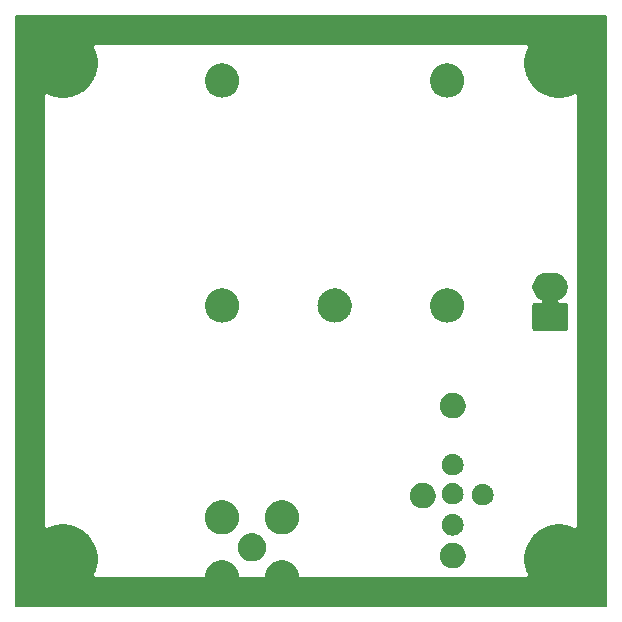
<source format=gts>
G04 #@! TF.GenerationSoftware,KiCad,Pcbnew,8.0.4*
G04 #@! TF.CreationDate,2025-01-27T10:30:07+01:00*
G04 #@! TF.ProjectId,ocxo,6f63786f-2e6b-4696-9361-645f70636258,rev?*
G04 #@! TF.SameCoordinates,Original*
G04 #@! TF.FileFunction,Soldermask,Top*
G04 #@! TF.FilePolarity,Negative*
%FSLAX46Y46*%
G04 Gerber Fmt 4.6, Leading zero omitted, Abs format (unit mm)*
G04 Created by KiCad (PCBNEW 8.0.4) date 2025-01-27 10:30:07*
%MOMM*%
%LPD*%
G01*
G04 APERTURE LIST*
G04 #@! TA.AperFunction,Profile*
%ADD10C,0.150000*%
G04 #@! TD*
G04 APERTURE END LIST*
G36*
X117048180Y-89604692D02*
G01*
X117101495Y-89604692D01*
X117148393Y-89613459D01*
X117190927Y-89617180D01*
X117243138Y-89631170D01*
X117301029Y-89641992D01*
X117340293Y-89657203D01*
X117376061Y-89666787D01*
X117430201Y-89692033D01*
X117490312Y-89715320D01*
X117521341Y-89734532D01*
X117549761Y-89747785D01*
X117603375Y-89785326D01*
X117662898Y-89822181D01*
X117685711Y-89842978D01*
X117706755Y-89857713D01*
X117757093Y-89908051D01*
X117812910Y-89958935D01*
X117828125Y-89979083D01*
X117842286Y-89993244D01*
X117886454Y-90056323D01*
X117935239Y-90120925D01*
X117943980Y-90138479D01*
X117952214Y-90150239D01*
X117987282Y-90225442D01*
X118025719Y-90302634D01*
X118029539Y-90316063D01*
X118033212Y-90323938D01*
X118056357Y-90410319D01*
X118081270Y-90497876D01*
X118082037Y-90506153D01*
X118082819Y-90509072D01*
X118091453Y-90607769D01*
X118100000Y-90700000D01*
X118091452Y-90792238D01*
X118082819Y-90890927D01*
X118082037Y-90893844D01*
X118081270Y-90902124D01*
X118056353Y-90989697D01*
X118033212Y-91076061D01*
X118029540Y-91083934D01*
X118025719Y-91097366D01*
X117987278Y-91174564D01*
X117952214Y-91249761D01*
X117943980Y-91261519D01*
X117935239Y-91279075D01*
X117886448Y-91343683D01*
X117842286Y-91406755D01*
X117828128Y-91420912D01*
X117812910Y-91441065D01*
X117757082Y-91491958D01*
X117706755Y-91542286D01*
X117685716Y-91557017D01*
X117662898Y-91577819D01*
X117603363Y-91614681D01*
X117549761Y-91652214D01*
X117521348Y-91665463D01*
X117490312Y-91684680D01*
X117430189Y-91707971D01*
X117376061Y-91733212D01*
X117340301Y-91742793D01*
X117301029Y-91758008D01*
X117243126Y-91768832D01*
X117190927Y-91782819D01*
X117148403Y-91786539D01*
X117101495Y-91795308D01*
X117048169Y-91795308D01*
X117000000Y-91799522D01*
X116951831Y-91795308D01*
X116898505Y-91795308D01*
X116851596Y-91786539D01*
X116809072Y-91782819D01*
X116756870Y-91768831D01*
X116698971Y-91758008D01*
X116659700Y-91742794D01*
X116623938Y-91733212D01*
X116569804Y-91707969D01*
X116509688Y-91684680D01*
X116478654Y-91665465D01*
X116450238Y-91652214D01*
X116396628Y-91614676D01*
X116337102Y-91577819D01*
X116314287Y-91557020D01*
X116293244Y-91542286D01*
X116242906Y-91491948D01*
X116187090Y-91441065D01*
X116171874Y-91420916D01*
X116157713Y-91406755D01*
X116113537Y-91343665D01*
X116064761Y-91279075D01*
X116056022Y-91261524D01*
X116047785Y-91249761D01*
X116012705Y-91174532D01*
X115974281Y-91097366D01*
X115970460Y-91083939D01*
X115966787Y-91076061D01*
X115943629Y-90989636D01*
X115918730Y-90902124D01*
X115917963Y-90893850D01*
X115917180Y-90890927D01*
X115908529Y-90792046D01*
X115900000Y-90700000D01*
X115908528Y-90607962D01*
X115917180Y-90509072D01*
X115917963Y-90506148D01*
X115918730Y-90497876D01*
X115943624Y-90410379D01*
X115966787Y-90323938D01*
X115970461Y-90316057D01*
X115974281Y-90302634D01*
X116012702Y-90225473D01*
X116047785Y-90150239D01*
X116056022Y-90138474D01*
X116064761Y-90120925D01*
X116113531Y-90056342D01*
X116157713Y-89993244D01*
X116171877Y-89979079D01*
X116187090Y-89958935D01*
X116242894Y-89908062D01*
X116293244Y-89857713D01*
X116314291Y-89842975D01*
X116337102Y-89822181D01*
X116396621Y-89785327D01*
X116450239Y-89747785D01*
X116478658Y-89734532D01*
X116509688Y-89715320D01*
X116569794Y-89692034D01*
X116623938Y-89666787D01*
X116659708Y-89657202D01*
X116698971Y-89641992D01*
X116756857Y-89631170D01*
X116809072Y-89617180D01*
X116851607Y-89613458D01*
X116898505Y-89604692D01*
X116951819Y-89604692D01*
X117000000Y-89600477D01*
X117048180Y-89604692D01*
G37*
G36*
X100053037Y-88805627D02*
G01*
X100110675Y-88805627D01*
X100161381Y-88815105D01*
X100208203Y-88819202D01*
X100265676Y-88834601D01*
X100328256Y-88846300D01*
X100370697Y-88862741D01*
X100410090Y-88873297D01*
X100469725Y-88901105D01*
X100534659Y-88926261D01*
X100568177Y-88947014D01*
X100599503Y-88961622D01*
X100658590Y-89002996D01*
X100722854Y-89042786D01*
X100747488Y-89065243D01*
X100770708Y-89081502D01*
X100826249Y-89137043D01*
X100886434Y-89191909D01*
X100902839Y-89213633D01*
X100918499Y-89229293D01*
X100967345Y-89299053D01*
X101019827Y-89368550D01*
X101029229Y-89387433D01*
X101038375Y-89400494D01*
X101077326Y-89484025D01*
X101118491Y-89566694D01*
X101122582Y-89581075D01*
X101126702Y-89589909D01*
X101152658Y-89686781D01*
X101179066Y-89779594D01*
X101179879Y-89788371D01*
X101180797Y-89791796D01*
X101190937Y-89907704D01*
X101199490Y-90000000D01*
X101190936Y-90092302D01*
X101180797Y-90208203D01*
X101179879Y-90211627D01*
X101179066Y-90220406D01*
X101152654Y-90313234D01*
X101126702Y-90410090D01*
X101122583Y-90418921D01*
X101118491Y-90433306D01*
X101077328Y-90515970D01*
X101038377Y-90599503D01*
X101029230Y-90612565D01*
X101019827Y-90631450D01*
X100967334Y-90700960D01*
X100918497Y-90770708D01*
X100902842Y-90786362D01*
X100886434Y-90808091D01*
X100826238Y-90862966D01*
X100770708Y-90918497D01*
X100747493Y-90934752D01*
X100722854Y-90957214D01*
X100658578Y-90997011D01*
X100599503Y-91038377D01*
X100568183Y-91052981D01*
X100534659Y-91073739D01*
X100469713Y-91098899D01*
X100410090Y-91126702D01*
X100370705Y-91137254D01*
X100328256Y-91153700D01*
X100265664Y-91165400D01*
X100208203Y-91180797D01*
X100161391Y-91184892D01*
X100110675Y-91194373D01*
X100053025Y-91194373D01*
X100000000Y-91199012D01*
X99946975Y-91194373D01*
X99889325Y-91194373D01*
X99838608Y-91184892D01*
X99791796Y-91180797D01*
X99734332Y-91165399D01*
X99671744Y-91153700D01*
X99629296Y-91137255D01*
X99589909Y-91126702D01*
X99530280Y-91098896D01*
X99465341Y-91073739D01*
X99431819Y-91052983D01*
X99400496Y-91038377D01*
X99341412Y-90997006D01*
X99277146Y-90957214D01*
X99252509Y-90934755D01*
X99229291Y-90918497D01*
X99173750Y-90862956D01*
X99113566Y-90808091D01*
X99097160Y-90786366D01*
X99081502Y-90770708D01*
X99032651Y-90700942D01*
X98980173Y-90631450D01*
X98970772Y-90612570D01*
X98961622Y-90599503D01*
X98922655Y-90515938D01*
X98881509Y-90433306D01*
X98877417Y-90418927D01*
X98873297Y-90410090D01*
X98847328Y-90313174D01*
X98820934Y-90220406D01*
X98820121Y-90211632D01*
X98819202Y-90208203D01*
X98809045Y-90092109D01*
X98800510Y-90000000D01*
X98809044Y-89907898D01*
X98819202Y-89791796D01*
X98820121Y-89788365D01*
X98820934Y-89779594D01*
X98847324Y-89686841D01*
X98873297Y-89589909D01*
X98877418Y-89581070D01*
X98881509Y-89566694D01*
X98922657Y-89484056D01*
X98961624Y-89400494D01*
X98970772Y-89387428D01*
X98980173Y-89368550D01*
X99032640Y-89299072D01*
X99081500Y-89229293D01*
X99097163Y-89213629D01*
X99113566Y-89191909D01*
X99173738Y-89137054D01*
X99229293Y-89081500D01*
X99252516Y-89065238D01*
X99277146Y-89042786D01*
X99341402Y-89002999D01*
X99400494Y-88961624D01*
X99431820Y-88947016D01*
X99465341Y-88926261D01*
X99530272Y-88901106D01*
X99589909Y-88873297D01*
X99629305Y-88862740D01*
X99671744Y-88846300D01*
X99734320Y-88834602D01*
X99791796Y-88819202D01*
X99838618Y-88815105D01*
X99889325Y-88805627D01*
X99946963Y-88805627D01*
X100000000Y-88800987D01*
X100053037Y-88805627D01*
G37*
G36*
X117045041Y-87165040D02*
G01*
X117096166Y-87165040D01*
X117140309Y-87174422D01*
X117179361Y-87178269D01*
X117228421Y-87193151D01*
X117284296Y-87205028D01*
X117320052Y-87220947D01*
X117351841Y-87230591D01*
X117402360Y-87257593D01*
X117460000Y-87283257D01*
X117486796Y-87302726D01*
X117510787Y-87315549D01*
X117559723Y-87355710D01*
X117615600Y-87396307D01*
X117633743Y-87416457D01*
X117650110Y-87429889D01*
X117694092Y-87483481D01*
X117744296Y-87539238D01*
X117754842Y-87557505D01*
X117764450Y-87569212D01*
X117799987Y-87635697D01*
X117840462Y-87705802D01*
X117845118Y-87720132D01*
X117849408Y-87728158D01*
X117873065Y-87806145D01*
X117899896Y-87888721D01*
X117900840Y-87897704D01*
X117901730Y-87900638D01*
X117910389Y-87988556D01*
X117920000Y-88080000D01*
X117919015Y-88089371D01*
X117919015Y-88090628D01*
X117920000Y-88100000D01*
X117910386Y-88191465D01*
X117901730Y-88279361D01*
X117900840Y-88282293D01*
X117899896Y-88291279D01*
X117873061Y-88373868D01*
X117849408Y-88451841D01*
X117845119Y-88459865D01*
X117840462Y-88474198D01*
X117799980Y-88544314D01*
X117764450Y-88610787D01*
X117754844Y-88622490D01*
X117744296Y-88640762D01*
X117694082Y-88696529D01*
X117650110Y-88750110D01*
X117633746Y-88763539D01*
X117615600Y-88783693D01*
X117559712Y-88824297D01*
X117510787Y-88864450D01*
X117486802Y-88877270D01*
X117460000Y-88896743D01*
X117402348Y-88922411D01*
X117351841Y-88949408D01*
X117320059Y-88959048D01*
X117284296Y-88974972D01*
X117228410Y-88986850D01*
X117179361Y-89001730D01*
X117140317Y-89005575D01*
X117096166Y-89014960D01*
X117045031Y-89014960D01*
X117000000Y-89019395D01*
X116954969Y-89014960D01*
X116903834Y-89014960D01*
X116859682Y-89005575D01*
X116820638Y-89001730D01*
X116771585Y-88986849D01*
X116715704Y-88974972D01*
X116679942Y-88959049D01*
X116648158Y-88949408D01*
X116597645Y-88922408D01*
X116540000Y-88896743D01*
X116513200Y-88877272D01*
X116489212Y-88864450D01*
X116440278Y-88824290D01*
X116384400Y-88783693D01*
X116366256Y-88763542D01*
X116349889Y-88750110D01*
X116305905Y-88696516D01*
X116255704Y-88640762D01*
X116245157Y-88622494D01*
X116235549Y-88610787D01*
X116200006Y-88544291D01*
X116159538Y-88474198D01*
X116154882Y-88459869D01*
X116150591Y-88451841D01*
X116126923Y-88373821D01*
X116100104Y-88291279D01*
X116099160Y-88282298D01*
X116098269Y-88279361D01*
X116089602Y-88191358D01*
X116080000Y-88100000D01*
X116080984Y-88090637D01*
X116080984Y-88089362D01*
X116080000Y-88080000D01*
X116089600Y-87988656D01*
X116098269Y-87900638D01*
X116099160Y-87897699D01*
X116100104Y-87888721D01*
X116126919Y-87806192D01*
X116150591Y-87728158D01*
X116154883Y-87720127D01*
X116159538Y-87705802D01*
X116199999Y-87635721D01*
X116235549Y-87569212D01*
X116245159Y-87557501D01*
X116255704Y-87539238D01*
X116305896Y-87483493D01*
X116349889Y-87429889D01*
X116366259Y-87416454D01*
X116384400Y-87396307D01*
X116440267Y-87355716D01*
X116489212Y-87315549D01*
X116513205Y-87302724D01*
X116540000Y-87283257D01*
X116597633Y-87257596D01*
X116648158Y-87230591D01*
X116679949Y-87220946D01*
X116715704Y-87205028D01*
X116771574Y-87193152D01*
X116820638Y-87178269D01*
X116859691Y-87174422D01*
X116903834Y-87165040D01*
X116954959Y-87165040D01*
X117000000Y-87160604D01*
X117045041Y-87165040D01*
G37*
G36*
X97518002Y-86015271D02*
G01*
X97579714Y-86015271D01*
X97634800Y-86024463D01*
X97686723Y-86028550D01*
X97749262Y-86043564D01*
X97815875Y-86054680D01*
X97863113Y-86070896D01*
X97907854Y-86081638D01*
X97972975Y-86108612D01*
X98042330Y-86132422D01*
X98081073Y-86153388D01*
X98117965Y-86168670D01*
X98183348Y-86208736D01*
X98252900Y-86246376D01*
X98282995Y-86269800D01*
X98311874Y-86287497D01*
X98374985Y-86341399D01*
X98441842Y-86393436D01*
X98463650Y-86417126D01*
X98484805Y-86435194D01*
X98542899Y-86503214D01*
X98604001Y-86569588D01*
X98618362Y-86591569D01*
X98632502Y-86608125D01*
X98682743Y-86690111D01*
X98734956Y-86770029D01*
X98743115Y-86788630D01*
X98751329Y-86802034D01*
X98790929Y-86897636D01*
X98831132Y-86989290D01*
X98834652Y-87003191D01*
X98838361Y-87012145D01*
X98864655Y-87121670D01*
X98889908Y-87221391D01*
X98890599Y-87229738D01*
X98891449Y-87233276D01*
X98901971Y-87366970D01*
X98909680Y-87460000D01*
X98901970Y-87553037D01*
X98891449Y-87686723D01*
X98890599Y-87690260D01*
X98889908Y-87698609D01*
X98864650Y-87798347D01*
X98838361Y-87907854D01*
X98834653Y-87916805D01*
X98831132Y-87930710D01*
X98790922Y-88022380D01*
X98751329Y-88117965D01*
X98743116Y-88131366D01*
X98734956Y-88149971D01*
X98682733Y-88229903D01*
X98632502Y-88311874D01*
X98618365Y-88328426D01*
X98604001Y-88350412D01*
X98542887Y-88416798D01*
X98484805Y-88484805D01*
X98463654Y-88502869D01*
X98441842Y-88526564D01*
X98374972Y-88578610D01*
X98311874Y-88632502D01*
X98283001Y-88650195D01*
X98252900Y-88673624D01*
X98183334Y-88711270D01*
X98117965Y-88751329D01*
X98081081Y-88766606D01*
X98042330Y-88787578D01*
X97972961Y-88811392D01*
X97907854Y-88838361D01*
X97863122Y-88849099D01*
X97815875Y-88865320D01*
X97749248Y-88876438D01*
X97686723Y-88891449D01*
X97634812Y-88895534D01*
X97579714Y-88904729D01*
X97517989Y-88904729D01*
X97460000Y-88909293D01*
X97402010Y-88904729D01*
X97340286Y-88904729D01*
X97285188Y-88895534D01*
X97233276Y-88891449D01*
X97170748Y-88876437D01*
X97104125Y-88865320D01*
X97056879Y-88849100D01*
X97012145Y-88838361D01*
X96947032Y-88811390D01*
X96877670Y-88787578D01*
X96838921Y-88766608D01*
X96802034Y-88751329D01*
X96736656Y-88711265D01*
X96667100Y-88673624D01*
X96637002Y-88650197D01*
X96608125Y-88632502D01*
X96545016Y-88578602D01*
X96478158Y-88526564D01*
X96456349Y-88502873D01*
X96435194Y-88484805D01*
X96377098Y-88416783D01*
X96315999Y-88350412D01*
X96301638Y-88328431D01*
X96287497Y-88311874D01*
X96237250Y-88229879D01*
X96185044Y-88149971D01*
X96176885Y-88131372D01*
X96168670Y-88117965D01*
X96129059Y-88022339D01*
X96088868Y-87930710D01*
X96085348Y-87916811D01*
X96081638Y-87907854D01*
X96055330Y-87798271D01*
X96030092Y-87698609D01*
X96029400Y-87690266D01*
X96028550Y-87686723D01*
X96018009Y-87552796D01*
X96010320Y-87460000D01*
X96018008Y-87367210D01*
X96028550Y-87233276D01*
X96029400Y-87229731D01*
X96030092Y-87221391D01*
X96055325Y-87121746D01*
X96081638Y-87012145D01*
X96085349Y-87003185D01*
X96088868Y-86989290D01*
X96129052Y-86897677D01*
X96168670Y-86802034D01*
X96176887Y-86788624D01*
X96185044Y-86770029D01*
X96237240Y-86690136D01*
X96287497Y-86608125D01*
X96301640Y-86591564D01*
X96315999Y-86569588D01*
X96377086Y-86503229D01*
X96435194Y-86435194D01*
X96456353Y-86417122D01*
X96478158Y-86393436D01*
X96545003Y-86341408D01*
X96608125Y-86287497D01*
X96637008Y-86269797D01*
X96667100Y-86246376D01*
X96736642Y-86208741D01*
X96802034Y-86168670D01*
X96838929Y-86153387D01*
X96877670Y-86132422D01*
X96947018Y-86108614D01*
X97012145Y-86081638D01*
X97056889Y-86070896D01*
X97104125Y-86054680D01*
X97170734Y-86043564D01*
X97233276Y-86028550D01*
X97285199Y-86024463D01*
X97340286Y-86015271D01*
X97401998Y-86015271D01*
X97460000Y-86010706D01*
X97518002Y-86015271D01*
G37*
G36*
X102598002Y-86015271D02*
G01*
X102659714Y-86015271D01*
X102714800Y-86024463D01*
X102766723Y-86028550D01*
X102829262Y-86043564D01*
X102895875Y-86054680D01*
X102943113Y-86070896D01*
X102987854Y-86081638D01*
X103052975Y-86108612D01*
X103122330Y-86132422D01*
X103161073Y-86153388D01*
X103197965Y-86168670D01*
X103263348Y-86208736D01*
X103332900Y-86246376D01*
X103362995Y-86269800D01*
X103391874Y-86287497D01*
X103454985Y-86341399D01*
X103521842Y-86393436D01*
X103543650Y-86417126D01*
X103564805Y-86435194D01*
X103622899Y-86503214D01*
X103684001Y-86569588D01*
X103698362Y-86591569D01*
X103712502Y-86608125D01*
X103762743Y-86690111D01*
X103814956Y-86770029D01*
X103823115Y-86788630D01*
X103831329Y-86802034D01*
X103870929Y-86897636D01*
X103911132Y-86989290D01*
X103914652Y-87003191D01*
X103918361Y-87012145D01*
X103944655Y-87121670D01*
X103969908Y-87221391D01*
X103970599Y-87229738D01*
X103971449Y-87233276D01*
X103981971Y-87366970D01*
X103989680Y-87460000D01*
X103981970Y-87553037D01*
X103971449Y-87686723D01*
X103970599Y-87690260D01*
X103969908Y-87698609D01*
X103944650Y-87798347D01*
X103918361Y-87907854D01*
X103914653Y-87916805D01*
X103911132Y-87930710D01*
X103870922Y-88022380D01*
X103831329Y-88117965D01*
X103823116Y-88131366D01*
X103814956Y-88149971D01*
X103762733Y-88229903D01*
X103712502Y-88311874D01*
X103698365Y-88328426D01*
X103684001Y-88350412D01*
X103622887Y-88416798D01*
X103564805Y-88484805D01*
X103543654Y-88502869D01*
X103521842Y-88526564D01*
X103454972Y-88578610D01*
X103391874Y-88632502D01*
X103363001Y-88650195D01*
X103332900Y-88673624D01*
X103263334Y-88711270D01*
X103197965Y-88751329D01*
X103161081Y-88766606D01*
X103122330Y-88787578D01*
X103052961Y-88811392D01*
X102987854Y-88838361D01*
X102943122Y-88849099D01*
X102895875Y-88865320D01*
X102829248Y-88876438D01*
X102766723Y-88891449D01*
X102714812Y-88895534D01*
X102659714Y-88904729D01*
X102597989Y-88904729D01*
X102540000Y-88909293D01*
X102482010Y-88904729D01*
X102420286Y-88904729D01*
X102365188Y-88895534D01*
X102313276Y-88891449D01*
X102250748Y-88876437D01*
X102184125Y-88865320D01*
X102136879Y-88849100D01*
X102092145Y-88838361D01*
X102027032Y-88811390D01*
X101957670Y-88787578D01*
X101918921Y-88766608D01*
X101882034Y-88751329D01*
X101816656Y-88711265D01*
X101747100Y-88673624D01*
X101717002Y-88650197D01*
X101688125Y-88632502D01*
X101625016Y-88578602D01*
X101558158Y-88526564D01*
X101536349Y-88502873D01*
X101515194Y-88484805D01*
X101457098Y-88416783D01*
X101395999Y-88350412D01*
X101381638Y-88328431D01*
X101367497Y-88311874D01*
X101317250Y-88229879D01*
X101265044Y-88149971D01*
X101256885Y-88131372D01*
X101248670Y-88117965D01*
X101209059Y-88022339D01*
X101168868Y-87930710D01*
X101165348Y-87916811D01*
X101161638Y-87907854D01*
X101135330Y-87798271D01*
X101110092Y-87698609D01*
X101109400Y-87690266D01*
X101108550Y-87686723D01*
X101098009Y-87552796D01*
X101090320Y-87460000D01*
X101098008Y-87367210D01*
X101108550Y-87233276D01*
X101109400Y-87229731D01*
X101110092Y-87221391D01*
X101135325Y-87121746D01*
X101161638Y-87012145D01*
X101165349Y-87003185D01*
X101168868Y-86989290D01*
X101209052Y-86897677D01*
X101248670Y-86802034D01*
X101256887Y-86788624D01*
X101265044Y-86770029D01*
X101317240Y-86690136D01*
X101367497Y-86608125D01*
X101381640Y-86591564D01*
X101395999Y-86569588D01*
X101457086Y-86503229D01*
X101515194Y-86435194D01*
X101536353Y-86417122D01*
X101558158Y-86393436D01*
X101625003Y-86341408D01*
X101688125Y-86287497D01*
X101717008Y-86269797D01*
X101747100Y-86246376D01*
X101816642Y-86208741D01*
X101882034Y-86168670D01*
X101918929Y-86153387D01*
X101957670Y-86132422D01*
X102027018Y-86108614D01*
X102092145Y-86081638D01*
X102136889Y-86070896D01*
X102184125Y-86054680D01*
X102250734Y-86043564D01*
X102313276Y-86028550D01*
X102365199Y-86024463D01*
X102420286Y-86015271D01*
X102481998Y-86015271D01*
X102540000Y-86010706D01*
X102598002Y-86015271D01*
G37*
G36*
X114508180Y-84524692D02*
G01*
X114561495Y-84524692D01*
X114608393Y-84533459D01*
X114650927Y-84537180D01*
X114703138Y-84551170D01*
X114761029Y-84561992D01*
X114800293Y-84577203D01*
X114836061Y-84586787D01*
X114890201Y-84612033D01*
X114950312Y-84635320D01*
X114981341Y-84654532D01*
X115009761Y-84667785D01*
X115063375Y-84705326D01*
X115122898Y-84742181D01*
X115145711Y-84762978D01*
X115166755Y-84777713D01*
X115217093Y-84828051D01*
X115272910Y-84878935D01*
X115288125Y-84899083D01*
X115302286Y-84913244D01*
X115346454Y-84976323D01*
X115395239Y-85040925D01*
X115403980Y-85058479D01*
X115412214Y-85070239D01*
X115447282Y-85145442D01*
X115485719Y-85222634D01*
X115489539Y-85236063D01*
X115493212Y-85243938D01*
X115516357Y-85330319D01*
X115541270Y-85417876D01*
X115542037Y-85426153D01*
X115542819Y-85429072D01*
X115551453Y-85527769D01*
X115560000Y-85620000D01*
X115551452Y-85712238D01*
X115542819Y-85810927D01*
X115542037Y-85813844D01*
X115541270Y-85822124D01*
X115516353Y-85909697D01*
X115493212Y-85996061D01*
X115489540Y-86003934D01*
X115485719Y-86017366D01*
X115447278Y-86094564D01*
X115412214Y-86169761D01*
X115403980Y-86181519D01*
X115395239Y-86199075D01*
X115346448Y-86263683D01*
X115302286Y-86326755D01*
X115288128Y-86340912D01*
X115272910Y-86361065D01*
X115217082Y-86411958D01*
X115166755Y-86462286D01*
X115145716Y-86477017D01*
X115122898Y-86497819D01*
X115063363Y-86534681D01*
X115009761Y-86572214D01*
X114981348Y-86585463D01*
X114950312Y-86604680D01*
X114890189Y-86627971D01*
X114836061Y-86653212D01*
X114800301Y-86662793D01*
X114761029Y-86678008D01*
X114703126Y-86688832D01*
X114650927Y-86702819D01*
X114608403Y-86706539D01*
X114561495Y-86715308D01*
X114508169Y-86715308D01*
X114460000Y-86719522D01*
X114411831Y-86715308D01*
X114358505Y-86715308D01*
X114311596Y-86706539D01*
X114269072Y-86702819D01*
X114216870Y-86688831D01*
X114158971Y-86678008D01*
X114119700Y-86662794D01*
X114083938Y-86653212D01*
X114029804Y-86627969D01*
X113969688Y-86604680D01*
X113938654Y-86585465D01*
X113910238Y-86572214D01*
X113856628Y-86534676D01*
X113797102Y-86497819D01*
X113774287Y-86477020D01*
X113753244Y-86462286D01*
X113702906Y-86411948D01*
X113647090Y-86361065D01*
X113631874Y-86340916D01*
X113617713Y-86326755D01*
X113573537Y-86263665D01*
X113524761Y-86199075D01*
X113516022Y-86181524D01*
X113507785Y-86169761D01*
X113472705Y-86094532D01*
X113434281Y-86017366D01*
X113430460Y-86003939D01*
X113426787Y-85996061D01*
X113403629Y-85909636D01*
X113378730Y-85822124D01*
X113377963Y-85813850D01*
X113377180Y-85810927D01*
X113368529Y-85712046D01*
X113360000Y-85620000D01*
X113368528Y-85527962D01*
X113377180Y-85429072D01*
X113377963Y-85426148D01*
X113378730Y-85417876D01*
X113403624Y-85330379D01*
X113426787Y-85243938D01*
X113430461Y-85236057D01*
X113434281Y-85222634D01*
X113472702Y-85145473D01*
X113507785Y-85070239D01*
X113516022Y-85058474D01*
X113524761Y-85040925D01*
X113573531Y-84976342D01*
X113617713Y-84913244D01*
X113631877Y-84899079D01*
X113647090Y-84878935D01*
X113702894Y-84828062D01*
X113753244Y-84777713D01*
X113774291Y-84762975D01*
X113797102Y-84742181D01*
X113856621Y-84705327D01*
X113910239Y-84667785D01*
X113938658Y-84654532D01*
X113969688Y-84635320D01*
X114029794Y-84612034D01*
X114083938Y-84586787D01*
X114119708Y-84577202D01*
X114158971Y-84561992D01*
X114216857Y-84551170D01*
X114269072Y-84537180D01*
X114311607Y-84533458D01*
X114358505Y-84524692D01*
X114411819Y-84524692D01*
X114460000Y-84520477D01*
X114508180Y-84524692D01*
G37*
G36*
X119585041Y-84625040D02*
G01*
X119636166Y-84625040D01*
X119680309Y-84634422D01*
X119719361Y-84638269D01*
X119768421Y-84653151D01*
X119824296Y-84665028D01*
X119860052Y-84680947D01*
X119891841Y-84690591D01*
X119942360Y-84717593D01*
X120000000Y-84743257D01*
X120026796Y-84762726D01*
X120050787Y-84775549D01*
X120099723Y-84815710D01*
X120155600Y-84856307D01*
X120173743Y-84876457D01*
X120190110Y-84889889D01*
X120234092Y-84943481D01*
X120284296Y-84999238D01*
X120294842Y-85017505D01*
X120304450Y-85029212D01*
X120339987Y-85095697D01*
X120380462Y-85165802D01*
X120385118Y-85180132D01*
X120389408Y-85188158D01*
X120413065Y-85266145D01*
X120439896Y-85348721D01*
X120440840Y-85357704D01*
X120441730Y-85360638D01*
X120450387Y-85448541D01*
X120460000Y-85540000D01*
X120450386Y-85631465D01*
X120441730Y-85719361D01*
X120440840Y-85722293D01*
X120439896Y-85731279D01*
X120413061Y-85813868D01*
X120389408Y-85891841D01*
X120385119Y-85899865D01*
X120380462Y-85914198D01*
X120339980Y-85984314D01*
X120304450Y-86050787D01*
X120294844Y-86062490D01*
X120284296Y-86080762D01*
X120234082Y-86136529D01*
X120190110Y-86190110D01*
X120173746Y-86203539D01*
X120155600Y-86223693D01*
X120099712Y-86264297D01*
X120050787Y-86304450D01*
X120026802Y-86317270D01*
X120000000Y-86336743D01*
X119942348Y-86362411D01*
X119891841Y-86389408D01*
X119860059Y-86399048D01*
X119824296Y-86414972D01*
X119768410Y-86426850D01*
X119719361Y-86441730D01*
X119680317Y-86445575D01*
X119636166Y-86454960D01*
X119585031Y-86454960D01*
X119540000Y-86459395D01*
X119494969Y-86454960D01*
X119443834Y-86454960D01*
X119399682Y-86445575D01*
X119360638Y-86441730D01*
X119311585Y-86426849D01*
X119255704Y-86414972D01*
X119219942Y-86399049D01*
X119188158Y-86389408D01*
X119137645Y-86362408D01*
X119080000Y-86336743D01*
X119053200Y-86317272D01*
X119029212Y-86304450D01*
X118980278Y-86264290D01*
X118924400Y-86223693D01*
X118906256Y-86203542D01*
X118889889Y-86190110D01*
X118845905Y-86136516D01*
X118795704Y-86080762D01*
X118785157Y-86062494D01*
X118775549Y-86050787D01*
X118740006Y-85984291D01*
X118699538Y-85914198D01*
X118694882Y-85899869D01*
X118690591Y-85891841D01*
X118666923Y-85813821D01*
X118640104Y-85731279D01*
X118639160Y-85722298D01*
X118638269Y-85719361D01*
X118629597Y-85631314D01*
X118620000Y-85540000D01*
X118629596Y-85448692D01*
X118638269Y-85360638D01*
X118639160Y-85357699D01*
X118640104Y-85348721D01*
X118666919Y-85266192D01*
X118690591Y-85188158D01*
X118694883Y-85180127D01*
X118699538Y-85165802D01*
X118739999Y-85095721D01*
X118775549Y-85029212D01*
X118785159Y-85017501D01*
X118795704Y-84999238D01*
X118845896Y-84943493D01*
X118889889Y-84889889D01*
X118906259Y-84876454D01*
X118924400Y-84856307D01*
X118980267Y-84815716D01*
X119029212Y-84775549D01*
X119053205Y-84762724D01*
X119080000Y-84743257D01*
X119137633Y-84717596D01*
X119188158Y-84690591D01*
X119219949Y-84680946D01*
X119255704Y-84665028D01*
X119311574Y-84653152D01*
X119360638Y-84638269D01*
X119399691Y-84634422D01*
X119443834Y-84625040D01*
X119494959Y-84625040D01*
X119540000Y-84620604D01*
X119585041Y-84625040D01*
G37*
G36*
X117045041Y-84545040D02*
G01*
X117096166Y-84545040D01*
X117140309Y-84554422D01*
X117179361Y-84558269D01*
X117228421Y-84573151D01*
X117284296Y-84585028D01*
X117320052Y-84600947D01*
X117351841Y-84610591D01*
X117402360Y-84637593D01*
X117460000Y-84663257D01*
X117486796Y-84682726D01*
X117510787Y-84695549D01*
X117559723Y-84735710D01*
X117615600Y-84776307D01*
X117633743Y-84796457D01*
X117650110Y-84809889D01*
X117694092Y-84863481D01*
X117744296Y-84919238D01*
X117754842Y-84937505D01*
X117764450Y-84949212D01*
X117799987Y-85015697D01*
X117840462Y-85085802D01*
X117845118Y-85100132D01*
X117849408Y-85108158D01*
X117873065Y-85186145D01*
X117899896Y-85268721D01*
X117900840Y-85277704D01*
X117901730Y-85280638D01*
X117910387Y-85368541D01*
X117920000Y-85460000D01*
X117910386Y-85551465D01*
X117901730Y-85639361D01*
X117900840Y-85642293D01*
X117899896Y-85651279D01*
X117873061Y-85733868D01*
X117849408Y-85811841D01*
X117845119Y-85819865D01*
X117840462Y-85834198D01*
X117799980Y-85904314D01*
X117764450Y-85970787D01*
X117754844Y-85982490D01*
X117744296Y-86000762D01*
X117694082Y-86056529D01*
X117650110Y-86110110D01*
X117633746Y-86123539D01*
X117615600Y-86143693D01*
X117559712Y-86184297D01*
X117510787Y-86224450D01*
X117486802Y-86237270D01*
X117460000Y-86256743D01*
X117402348Y-86282411D01*
X117351841Y-86309408D01*
X117320059Y-86319048D01*
X117284296Y-86334972D01*
X117228410Y-86346850D01*
X117179361Y-86361730D01*
X117140317Y-86365575D01*
X117096166Y-86374960D01*
X117045031Y-86374960D01*
X117000000Y-86379395D01*
X116954969Y-86374960D01*
X116903834Y-86374960D01*
X116859682Y-86365575D01*
X116820638Y-86361730D01*
X116771585Y-86346849D01*
X116715704Y-86334972D01*
X116679942Y-86319049D01*
X116648158Y-86309408D01*
X116597645Y-86282408D01*
X116540000Y-86256743D01*
X116513200Y-86237272D01*
X116489212Y-86224450D01*
X116440278Y-86184290D01*
X116384400Y-86143693D01*
X116366256Y-86123542D01*
X116349889Y-86110110D01*
X116305905Y-86056516D01*
X116255704Y-86000762D01*
X116245157Y-85982494D01*
X116235549Y-85970787D01*
X116200006Y-85904291D01*
X116159538Y-85834198D01*
X116154882Y-85819869D01*
X116150591Y-85811841D01*
X116126923Y-85733821D01*
X116100104Y-85651279D01*
X116099160Y-85642298D01*
X116098269Y-85639361D01*
X116089597Y-85551314D01*
X116080000Y-85460000D01*
X116089596Y-85368692D01*
X116098269Y-85280638D01*
X116099160Y-85277699D01*
X116100104Y-85268721D01*
X116126919Y-85186192D01*
X116150591Y-85108158D01*
X116154883Y-85100127D01*
X116159538Y-85085802D01*
X116199999Y-85015721D01*
X116235549Y-84949212D01*
X116245159Y-84937501D01*
X116255704Y-84919238D01*
X116305896Y-84863493D01*
X116349889Y-84809889D01*
X116366259Y-84796454D01*
X116384400Y-84776307D01*
X116440267Y-84735716D01*
X116489212Y-84695549D01*
X116513205Y-84682724D01*
X116540000Y-84663257D01*
X116597633Y-84637596D01*
X116648158Y-84610591D01*
X116679949Y-84600946D01*
X116715704Y-84585028D01*
X116771574Y-84573152D01*
X116820638Y-84558269D01*
X116859691Y-84554422D01*
X116903834Y-84545040D01*
X116954959Y-84545040D01*
X117000000Y-84540604D01*
X117045041Y-84545040D01*
G37*
G36*
X117045041Y-82085040D02*
G01*
X117096166Y-82085040D01*
X117140309Y-82094422D01*
X117179361Y-82098269D01*
X117228421Y-82113151D01*
X117284296Y-82125028D01*
X117320052Y-82140947D01*
X117351841Y-82150591D01*
X117402360Y-82177593D01*
X117460000Y-82203257D01*
X117486796Y-82222726D01*
X117510787Y-82235549D01*
X117559723Y-82275710D01*
X117615600Y-82316307D01*
X117633743Y-82336457D01*
X117650110Y-82349889D01*
X117694092Y-82403481D01*
X117744296Y-82459238D01*
X117754842Y-82477505D01*
X117764450Y-82489212D01*
X117799987Y-82555697D01*
X117840462Y-82625802D01*
X117845118Y-82640132D01*
X117849408Y-82648158D01*
X117873065Y-82726145D01*
X117899896Y-82808721D01*
X117900840Y-82817704D01*
X117901730Y-82820638D01*
X117910387Y-82908541D01*
X117920000Y-83000000D01*
X117910386Y-83091465D01*
X117901730Y-83179361D01*
X117900840Y-83182293D01*
X117899896Y-83191279D01*
X117873061Y-83273868D01*
X117849408Y-83351841D01*
X117845119Y-83359865D01*
X117840462Y-83374198D01*
X117799980Y-83444314D01*
X117764450Y-83510787D01*
X117754844Y-83522490D01*
X117744296Y-83540762D01*
X117694082Y-83596529D01*
X117650110Y-83650110D01*
X117633746Y-83663539D01*
X117615600Y-83683693D01*
X117559712Y-83724297D01*
X117510787Y-83764450D01*
X117486802Y-83777270D01*
X117460000Y-83796743D01*
X117402348Y-83822411D01*
X117351841Y-83849408D01*
X117320059Y-83859048D01*
X117284296Y-83874972D01*
X117228410Y-83886850D01*
X117179361Y-83901730D01*
X117140317Y-83905575D01*
X117096166Y-83914960D01*
X117045031Y-83914960D01*
X117000000Y-83919395D01*
X116954969Y-83914960D01*
X116903834Y-83914960D01*
X116859682Y-83905575D01*
X116820638Y-83901730D01*
X116771585Y-83886849D01*
X116715704Y-83874972D01*
X116679942Y-83859049D01*
X116648158Y-83849408D01*
X116597645Y-83822408D01*
X116540000Y-83796743D01*
X116513200Y-83777272D01*
X116489212Y-83764450D01*
X116440278Y-83724290D01*
X116384400Y-83683693D01*
X116366256Y-83663542D01*
X116349889Y-83650110D01*
X116305905Y-83596516D01*
X116255704Y-83540762D01*
X116245157Y-83522494D01*
X116235549Y-83510787D01*
X116200006Y-83444291D01*
X116159538Y-83374198D01*
X116154882Y-83359869D01*
X116150591Y-83351841D01*
X116126923Y-83273821D01*
X116100104Y-83191279D01*
X116099160Y-83182298D01*
X116098269Y-83179361D01*
X116089597Y-83091314D01*
X116080000Y-83000000D01*
X116089596Y-82908692D01*
X116098269Y-82820638D01*
X116099160Y-82817699D01*
X116100104Y-82808721D01*
X116126919Y-82726192D01*
X116150591Y-82648158D01*
X116154883Y-82640127D01*
X116159538Y-82625802D01*
X116199999Y-82555721D01*
X116235549Y-82489212D01*
X116245159Y-82477501D01*
X116255704Y-82459238D01*
X116305896Y-82403493D01*
X116349889Y-82349889D01*
X116366259Y-82336454D01*
X116384400Y-82316307D01*
X116440267Y-82275716D01*
X116489212Y-82235549D01*
X116513205Y-82222724D01*
X116540000Y-82203257D01*
X116597633Y-82177596D01*
X116648158Y-82150591D01*
X116679949Y-82140946D01*
X116715704Y-82125028D01*
X116771574Y-82113152D01*
X116820638Y-82098269D01*
X116859691Y-82094422D01*
X116903834Y-82085040D01*
X116954959Y-82085040D01*
X117000000Y-82080604D01*
X117045041Y-82085040D01*
G37*
G36*
X117048180Y-76904692D02*
G01*
X117101495Y-76904692D01*
X117148393Y-76913459D01*
X117190927Y-76917180D01*
X117243138Y-76931170D01*
X117301029Y-76941992D01*
X117340293Y-76957203D01*
X117376061Y-76966787D01*
X117430201Y-76992033D01*
X117490312Y-77015320D01*
X117521341Y-77034532D01*
X117549761Y-77047785D01*
X117603375Y-77085326D01*
X117662898Y-77122181D01*
X117685711Y-77142978D01*
X117706755Y-77157713D01*
X117757093Y-77208051D01*
X117812910Y-77258935D01*
X117828125Y-77279083D01*
X117842286Y-77293244D01*
X117886454Y-77356323D01*
X117935239Y-77420925D01*
X117943980Y-77438479D01*
X117952214Y-77450239D01*
X117987282Y-77525442D01*
X118025719Y-77602634D01*
X118029539Y-77616063D01*
X118033212Y-77623938D01*
X118056357Y-77710319D01*
X118081270Y-77797876D01*
X118082037Y-77806153D01*
X118082819Y-77809072D01*
X118091453Y-77907769D01*
X118100000Y-78000000D01*
X118091452Y-78092238D01*
X118082819Y-78190927D01*
X118082037Y-78193844D01*
X118081270Y-78202124D01*
X118056353Y-78289697D01*
X118033212Y-78376061D01*
X118029540Y-78383934D01*
X118025719Y-78397366D01*
X117987278Y-78474564D01*
X117952214Y-78549761D01*
X117943980Y-78561519D01*
X117935239Y-78579075D01*
X117886448Y-78643683D01*
X117842286Y-78706755D01*
X117828128Y-78720912D01*
X117812910Y-78741065D01*
X117757082Y-78791958D01*
X117706755Y-78842286D01*
X117685716Y-78857017D01*
X117662898Y-78877819D01*
X117603363Y-78914681D01*
X117549761Y-78952214D01*
X117521348Y-78965463D01*
X117490312Y-78984680D01*
X117430189Y-79007971D01*
X117376061Y-79033212D01*
X117340301Y-79042793D01*
X117301029Y-79058008D01*
X117243126Y-79068832D01*
X117190927Y-79082819D01*
X117148403Y-79086539D01*
X117101495Y-79095308D01*
X117048169Y-79095308D01*
X117000000Y-79099522D01*
X116951831Y-79095308D01*
X116898505Y-79095308D01*
X116851596Y-79086539D01*
X116809072Y-79082819D01*
X116756870Y-79068831D01*
X116698971Y-79058008D01*
X116659700Y-79042794D01*
X116623938Y-79033212D01*
X116569804Y-79007969D01*
X116509688Y-78984680D01*
X116478654Y-78965465D01*
X116450238Y-78952214D01*
X116396628Y-78914676D01*
X116337102Y-78877819D01*
X116314287Y-78857020D01*
X116293244Y-78842286D01*
X116242906Y-78791948D01*
X116187090Y-78741065D01*
X116171874Y-78720916D01*
X116157713Y-78706755D01*
X116113537Y-78643665D01*
X116064761Y-78579075D01*
X116056022Y-78561524D01*
X116047785Y-78549761D01*
X116012705Y-78474532D01*
X115974281Y-78397366D01*
X115970460Y-78383939D01*
X115966787Y-78376061D01*
X115943629Y-78289636D01*
X115918730Y-78202124D01*
X115917963Y-78193850D01*
X115917180Y-78190927D01*
X115908529Y-78092046D01*
X115900000Y-78000000D01*
X115908528Y-77907962D01*
X115917180Y-77809072D01*
X115917963Y-77806148D01*
X115918730Y-77797876D01*
X115943624Y-77710379D01*
X115966787Y-77623938D01*
X115970461Y-77616057D01*
X115974281Y-77602634D01*
X116012702Y-77525473D01*
X116047785Y-77450239D01*
X116056022Y-77438474D01*
X116064761Y-77420925D01*
X116113531Y-77356342D01*
X116157713Y-77293244D01*
X116171877Y-77279079D01*
X116187090Y-77258935D01*
X116242894Y-77208062D01*
X116293244Y-77157713D01*
X116314291Y-77142975D01*
X116337102Y-77122181D01*
X116396621Y-77085327D01*
X116450239Y-77047785D01*
X116478658Y-77034532D01*
X116509688Y-77015320D01*
X116569794Y-76992034D01*
X116623938Y-76966787D01*
X116659708Y-76957202D01*
X116698971Y-76941992D01*
X116756857Y-76931170D01*
X116809072Y-76917180D01*
X116851607Y-76913458D01*
X116898505Y-76904692D01*
X116951819Y-76904692D01*
X117000000Y-76900477D01*
X117048180Y-76904692D01*
G37*
G36*
X125644151Y-66763699D02*
G01*
X125830134Y-66793156D01*
X126009220Y-66851345D01*
X126176998Y-66936832D01*
X126329338Y-67047513D01*
X126462487Y-67180662D01*
X126573168Y-67333002D01*
X126658655Y-67500780D01*
X126716844Y-67679866D01*
X126746301Y-67865849D01*
X126746301Y-68054151D01*
X126716844Y-68240134D01*
X126658655Y-68419220D01*
X126573168Y-68586998D01*
X126462487Y-68739338D01*
X126329338Y-68872487D01*
X126176998Y-68983168D01*
X126009220Y-69068655D01*
X126006876Y-69069416D01*
X125930440Y-69108363D01*
X125976448Y-69300000D01*
X126550000Y-69300000D01*
X126566042Y-69303191D01*
X126598727Y-69307494D01*
X126606948Y-69311327D01*
X126626537Y-69315224D01*
X126652480Y-69332559D01*
X126663608Y-69337748D01*
X126670378Y-69344518D01*
X126691421Y-69358579D01*
X126705481Y-69379621D01*
X126712251Y-69386391D01*
X126717438Y-69397516D01*
X126734776Y-69423463D01*
X126738672Y-69443053D01*
X126742505Y-69451272D01*
X126746806Y-69483945D01*
X126750000Y-69500000D01*
X126750000Y-71500000D01*
X126746805Y-71516058D01*
X126742505Y-71548727D01*
X126738673Y-71556944D01*
X126734776Y-71576537D01*
X126717437Y-71602485D01*
X126712251Y-71613608D01*
X126705483Y-71620375D01*
X126691421Y-71641421D01*
X126670375Y-71655483D01*
X126663608Y-71662251D01*
X126652485Y-71667437D01*
X126626537Y-71684776D01*
X126606944Y-71688673D01*
X126598727Y-71692505D01*
X126566056Y-71696806D01*
X126550000Y-71700000D01*
X123950000Y-71700000D01*
X123933943Y-71696806D01*
X123901272Y-71692505D01*
X123893053Y-71688672D01*
X123873463Y-71684776D01*
X123847516Y-71667438D01*
X123836391Y-71662251D01*
X123829621Y-71655481D01*
X123808579Y-71641421D01*
X123794518Y-71620378D01*
X123787748Y-71613608D01*
X123782559Y-71602480D01*
X123765224Y-71576537D01*
X123761327Y-71556948D01*
X123757494Y-71548727D01*
X123753190Y-71516041D01*
X123750000Y-71500000D01*
X123750000Y-69500000D01*
X123753190Y-69483958D01*
X123757494Y-69451272D01*
X123761327Y-69443049D01*
X123765224Y-69423463D01*
X123782557Y-69397521D01*
X123787748Y-69386391D01*
X123794520Y-69379618D01*
X123808579Y-69358579D01*
X123829618Y-69344520D01*
X123836391Y-69337748D01*
X123847521Y-69332557D01*
X123873463Y-69315224D01*
X123893049Y-69311327D01*
X123901272Y-69307494D01*
X123933960Y-69303190D01*
X123950000Y-69300000D01*
X124523554Y-69300000D01*
X124569561Y-69108362D01*
X124493128Y-69069418D01*
X124490780Y-69068655D01*
X124323002Y-68983168D01*
X124170662Y-68872487D01*
X124037513Y-68739338D01*
X123926832Y-68586998D01*
X123841345Y-68419220D01*
X123783156Y-68240134D01*
X123753699Y-68054151D01*
X123753699Y-67865849D01*
X123783156Y-67679866D01*
X123841345Y-67500780D01*
X123926832Y-67333002D01*
X124037513Y-67180662D01*
X124170662Y-67047513D01*
X124323002Y-66936832D01*
X124490780Y-66851345D01*
X124669866Y-66793156D01*
X124855849Y-66763699D01*
X124950000Y-66760000D01*
X125550000Y-66760000D01*
X125644151Y-66763699D01*
G37*
G36*
X97533015Y-68079952D02*
G01*
X97594740Y-68079952D01*
X97649838Y-68089146D01*
X97701773Y-68093234D01*
X97764325Y-68108251D01*
X97830954Y-68119370D01*
X97878204Y-68135591D01*
X97922952Y-68146334D01*
X97988086Y-68173313D01*
X98057458Y-68197129D01*
X98096206Y-68218098D01*
X98133111Y-68233385D01*
X98198520Y-68273468D01*
X98268075Y-68311109D01*
X98298173Y-68334535D01*
X98327058Y-68352236D01*
X98390170Y-68406139D01*
X98457058Y-68458200D01*
X98478880Y-68481905D01*
X98500030Y-68499969D01*
X98558114Y-68567976D01*
X98619254Y-68634392D01*
X98633622Y-68656385D01*
X98647763Y-68672941D01*
X98698012Y-68754940D01*
X98750237Y-68834876D01*
X98758397Y-68853479D01*
X98766614Y-68866888D01*
X98806218Y-68962500D01*
X98846435Y-69054186D01*
X98849957Y-69068096D01*
X98853665Y-69077047D01*
X98879953Y-69186547D01*
X98905224Y-69286338D01*
X98905916Y-69294689D01*
X98906765Y-69298226D01*
X98917287Y-69431927D01*
X98925000Y-69525000D01*
X98917287Y-69618080D01*
X98906765Y-69751773D01*
X98905916Y-69755308D01*
X98905224Y-69763662D01*
X98879948Y-69863470D01*
X98853665Y-69972952D01*
X98849958Y-69981900D01*
X98846435Y-69995814D01*
X98806210Y-70087516D01*
X98766614Y-70183111D01*
X98758398Y-70196517D01*
X98750237Y-70215124D01*
X98698002Y-70295074D01*
X98647763Y-70377058D01*
X98633625Y-70393610D01*
X98619254Y-70415608D01*
X98558102Y-70482036D01*
X98500030Y-70550030D01*
X98478884Y-70568090D01*
X98457058Y-70591800D01*
X98390157Y-70643870D01*
X98327058Y-70697763D01*
X98298179Y-70715459D01*
X98268075Y-70738891D01*
X98198506Y-70776539D01*
X98133111Y-70816614D01*
X98096214Y-70831897D01*
X98057458Y-70852871D01*
X97988072Y-70876691D01*
X97922952Y-70903665D01*
X97878214Y-70914405D01*
X97830954Y-70930630D01*
X97764311Y-70941750D01*
X97701773Y-70956765D01*
X97649850Y-70960851D01*
X97594740Y-70970048D01*
X97533002Y-70970048D01*
X97475000Y-70974613D01*
X97416998Y-70970048D01*
X97355260Y-70970048D01*
X97300150Y-70960851D01*
X97248226Y-70956765D01*
X97185684Y-70941750D01*
X97119046Y-70930630D01*
X97071787Y-70914406D01*
X97027047Y-70903665D01*
X96961921Y-70876688D01*
X96892542Y-70852871D01*
X96853788Y-70831898D01*
X96816888Y-70816614D01*
X96751484Y-70776534D01*
X96681925Y-70738891D01*
X96651824Y-70715462D01*
X96622941Y-70697763D01*
X96559831Y-70643862D01*
X96492942Y-70591800D01*
X96471119Y-70568094D01*
X96449969Y-70550030D01*
X96391883Y-70482021D01*
X96330746Y-70415608D01*
X96316377Y-70393615D01*
X96302236Y-70377058D01*
X96251981Y-70295050D01*
X96199763Y-70215124D01*
X96191603Y-70196522D01*
X96183385Y-70183111D01*
X96143771Y-70087475D01*
X96103565Y-69995814D01*
X96100043Y-69981906D01*
X96096334Y-69972952D01*
X96070031Y-69863394D01*
X96044776Y-69763662D01*
X96044084Y-69755314D01*
X96043234Y-69751773D01*
X96032692Y-69617839D01*
X96025000Y-69525000D01*
X96032692Y-69432167D01*
X96043234Y-69298226D01*
X96044084Y-69294683D01*
X96044776Y-69286338D01*
X96070027Y-69186623D01*
X96096334Y-69077047D01*
X96100043Y-69068090D01*
X96103565Y-69054186D01*
X96143763Y-68962541D01*
X96183385Y-68866888D01*
X96191605Y-68853473D01*
X96199763Y-68834876D01*
X96251971Y-68754964D01*
X96302236Y-68672941D01*
X96316380Y-68656380D01*
X96330746Y-68634392D01*
X96391872Y-68567991D01*
X96449969Y-68499969D01*
X96471123Y-68481901D01*
X96492942Y-68458200D01*
X96559818Y-68406148D01*
X96622941Y-68352236D01*
X96651830Y-68334532D01*
X96681925Y-68311109D01*
X96751470Y-68273472D01*
X96816888Y-68233385D01*
X96853796Y-68218096D01*
X96892542Y-68197129D01*
X96961907Y-68173315D01*
X97027047Y-68146334D01*
X97071797Y-68135590D01*
X97119046Y-68119370D01*
X97185671Y-68108251D01*
X97248226Y-68093234D01*
X97300161Y-68089146D01*
X97355260Y-68079952D01*
X97416985Y-68079952D01*
X97475000Y-68075386D01*
X97533015Y-68079952D01*
G37*
G36*
X107058015Y-68079952D02*
G01*
X107119740Y-68079952D01*
X107174838Y-68089146D01*
X107226773Y-68093234D01*
X107289325Y-68108251D01*
X107355954Y-68119370D01*
X107403204Y-68135591D01*
X107447952Y-68146334D01*
X107513086Y-68173313D01*
X107582458Y-68197129D01*
X107621206Y-68218098D01*
X107658111Y-68233385D01*
X107723520Y-68273468D01*
X107793075Y-68311109D01*
X107823173Y-68334535D01*
X107852058Y-68352236D01*
X107915170Y-68406139D01*
X107982058Y-68458200D01*
X108003880Y-68481905D01*
X108025030Y-68499969D01*
X108083114Y-68567976D01*
X108144254Y-68634392D01*
X108158622Y-68656385D01*
X108172763Y-68672941D01*
X108223012Y-68754940D01*
X108275237Y-68834876D01*
X108283397Y-68853479D01*
X108291614Y-68866888D01*
X108331218Y-68962500D01*
X108371435Y-69054186D01*
X108374957Y-69068096D01*
X108378665Y-69077047D01*
X108404953Y-69186547D01*
X108430224Y-69286338D01*
X108430916Y-69294689D01*
X108431765Y-69298226D01*
X108442287Y-69431927D01*
X108450000Y-69525000D01*
X108442287Y-69618080D01*
X108431765Y-69751773D01*
X108430916Y-69755308D01*
X108430224Y-69763662D01*
X108404948Y-69863470D01*
X108378665Y-69972952D01*
X108374958Y-69981900D01*
X108371435Y-69995814D01*
X108331210Y-70087516D01*
X108291614Y-70183111D01*
X108283398Y-70196517D01*
X108275237Y-70215124D01*
X108223002Y-70295074D01*
X108172763Y-70377058D01*
X108158625Y-70393610D01*
X108144254Y-70415608D01*
X108083102Y-70482036D01*
X108025030Y-70550030D01*
X108003884Y-70568090D01*
X107982058Y-70591800D01*
X107915157Y-70643870D01*
X107852058Y-70697763D01*
X107823179Y-70715459D01*
X107793075Y-70738891D01*
X107723506Y-70776539D01*
X107658111Y-70816614D01*
X107621214Y-70831897D01*
X107582458Y-70852871D01*
X107513072Y-70876691D01*
X107447952Y-70903665D01*
X107403214Y-70914405D01*
X107355954Y-70930630D01*
X107289311Y-70941750D01*
X107226773Y-70956765D01*
X107174850Y-70960851D01*
X107119740Y-70970048D01*
X107058002Y-70970048D01*
X107000000Y-70974613D01*
X106941998Y-70970048D01*
X106880260Y-70970048D01*
X106825150Y-70960851D01*
X106773226Y-70956765D01*
X106710684Y-70941750D01*
X106644046Y-70930630D01*
X106596787Y-70914406D01*
X106552047Y-70903665D01*
X106486921Y-70876688D01*
X106417542Y-70852871D01*
X106378788Y-70831898D01*
X106341888Y-70816614D01*
X106276484Y-70776534D01*
X106206925Y-70738891D01*
X106176824Y-70715462D01*
X106147941Y-70697763D01*
X106084831Y-70643862D01*
X106017942Y-70591800D01*
X105996119Y-70568094D01*
X105974969Y-70550030D01*
X105916883Y-70482021D01*
X105855746Y-70415608D01*
X105841377Y-70393615D01*
X105827236Y-70377058D01*
X105776981Y-70295050D01*
X105724763Y-70215124D01*
X105716603Y-70196522D01*
X105708385Y-70183111D01*
X105668771Y-70087475D01*
X105628565Y-69995814D01*
X105625043Y-69981906D01*
X105621334Y-69972952D01*
X105595031Y-69863394D01*
X105569776Y-69763662D01*
X105569084Y-69755314D01*
X105568234Y-69751773D01*
X105557692Y-69617839D01*
X105550000Y-69525000D01*
X105557692Y-69432167D01*
X105568234Y-69298226D01*
X105569084Y-69294683D01*
X105569776Y-69286338D01*
X105595027Y-69186623D01*
X105621334Y-69077047D01*
X105625043Y-69068090D01*
X105628565Y-69054186D01*
X105668763Y-68962541D01*
X105708385Y-68866888D01*
X105716605Y-68853473D01*
X105724763Y-68834876D01*
X105776971Y-68754964D01*
X105827236Y-68672941D01*
X105841380Y-68656380D01*
X105855746Y-68634392D01*
X105916872Y-68567991D01*
X105974969Y-68499969D01*
X105996123Y-68481901D01*
X106017942Y-68458200D01*
X106084818Y-68406148D01*
X106147941Y-68352236D01*
X106176830Y-68334532D01*
X106206925Y-68311109D01*
X106276470Y-68273472D01*
X106341888Y-68233385D01*
X106378796Y-68218096D01*
X106417542Y-68197129D01*
X106486907Y-68173315D01*
X106552047Y-68146334D01*
X106596797Y-68135590D01*
X106644046Y-68119370D01*
X106710671Y-68108251D01*
X106773226Y-68093234D01*
X106825161Y-68089146D01*
X106880260Y-68079952D01*
X106941985Y-68079952D01*
X107000000Y-68075386D01*
X107058015Y-68079952D01*
G37*
G36*
X116583015Y-68079952D02*
G01*
X116644740Y-68079952D01*
X116699838Y-68089146D01*
X116751773Y-68093234D01*
X116814325Y-68108251D01*
X116880954Y-68119370D01*
X116928204Y-68135591D01*
X116972952Y-68146334D01*
X117038086Y-68173313D01*
X117107458Y-68197129D01*
X117146206Y-68218098D01*
X117183111Y-68233385D01*
X117248520Y-68273468D01*
X117318075Y-68311109D01*
X117348173Y-68334535D01*
X117377058Y-68352236D01*
X117440170Y-68406139D01*
X117507058Y-68458200D01*
X117528880Y-68481905D01*
X117550030Y-68499969D01*
X117608114Y-68567976D01*
X117669254Y-68634392D01*
X117683622Y-68656385D01*
X117697763Y-68672941D01*
X117748012Y-68754940D01*
X117800237Y-68834876D01*
X117808397Y-68853479D01*
X117816614Y-68866888D01*
X117856218Y-68962500D01*
X117896435Y-69054186D01*
X117899957Y-69068096D01*
X117903665Y-69077047D01*
X117929953Y-69186547D01*
X117955224Y-69286338D01*
X117955916Y-69294689D01*
X117956765Y-69298226D01*
X117967287Y-69431927D01*
X117975000Y-69525000D01*
X117967287Y-69618080D01*
X117956765Y-69751773D01*
X117955916Y-69755308D01*
X117955224Y-69763662D01*
X117929948Y-69863470D01*
X117903665Y-69972952D01*
X117899958Y-69981900D01*
X117896435Y-69995814D01*
X117856210Y-70087516D01*
X117816614Y-70183111D01*
X117808398Y-70196517D01*
X117800237Y-70215124D01*
X117748002Y-70295074D01*
X117697763Y-70377058D01*
X117683625Y-70393610D01*
X117669254Y-70415608D01*
X117608102Y-70482036D01*
X117550030Y-70550030D01*
X117528884Y-70568090D01*
X117507058Y-70591800D01*
X117440157Y-70643870D01*
X117377058Y-70697763D01*
X117348179Y-70715459D01*
X117318075Y-70738891D01*
X117248506Y-70776539D01*
X117183111Y-70816614D01*
X117146214Y-70831897D01*
X117107458Y-70852871D01*
X117038072Y-70876691D01*
X116972952Y-70903665D01*
X116928214Y-70914405D01*
X116880954Y-70930630D01*
X116814311Y-70941750D01*
X116751773Y-70956765D01*
X116699850Y-70960851D01*
X116644740Y-70970048D01*
X116583002Y-70970048D01*
X116525000Y-70974613D01*
X116466998Y-70970048D01*
X116405260Y-70970048D01*
X116350150Y-70960851D01*
X116298226Y-70956765D01*
X116235684Y-70941750D01*
X116169046Y-70930630D01*
X116121787Y-70914406D01*
X116077047Y-70903665D01*
X116011921Y-70876688D01*
X115942542Y-70852871D01*
X115903788Y-70831898D01*
X115866888Y-70816614D01*
X115801484Y-70776534D01*
X115731925Y-70738891D01*
X115701824Y-70715462D01*
X115672941Y-70697763D01*
X115609831Y-70643862D01*
X115542942Y-70591800D01*
X115521119Y-70568094D01*
X115499969Y-70550030D01*
X115441883Y-70482021D01*
X115380746Y-70415608D01*
X115366377Y-70393615D01*
X115352236Y-70377058D01*
X115301981Y-70295050D01*
X115249763Y-70215124D01*
X115241603Y-70196522D01*
X115233385Y-70183111D01*
X115193771Y-70087475D01*
X115153565Y-69995814D01*
X115150043Y-69981906D01*
X115146334Y-69972952D01*
X115120031Y-69863394D01*
X115094776Y-69763662D01*
X115094084Y-69755314D01*
X115093234Y-69751773D01*
X115082692Y-69617839D01*
X115075000Y-69525000D01*
X115082692Y-69432167D01*
X115093234Y-69298226D01*
X115094084Y-69294683D01*
X115094776Y-69286338D01*
X115120027Y-69186623D01*
X115146334Y-69077047D01*
X115150043Y-69068090D01*
X115153565Y-69054186D01*
X115193763Y-68962541D01*
X115233385Y-68866888D01*
X115241605Y-68853473D01*
X115249763Y-68834876D01*
X115301971Y-68754964D01*
X115352236Y-68672941D01*
X115366380Y-68656380D01*
X115380746Y-68634392D01*
X115441872Y-68567991D01*
X115499969Y-68499969D01*
X115521123Y-68481901D01*
X115542942Y-68458200D01*
X115609818Y-68406148D01*
X115672941Y-68352236D01*
X115701830Y-68334532D01*
X115731925Y-68311109D01*
X115801470Y-68273472D01*
X115866888Y-68233385D01*
X115903796Y-68218096D01*
X115942542Y-68197129D01*
X116011907Y-68173315D01*
X116077047Y-68146334D01*
X116121797Y-68135590D01*
X116169046Y-68119370D01*
X116235671Y-68108251D01*
X116298226Y-68093234D01*
X116350161Y-68089146D01*
X116405260Y-68079952D01*
X116466985Y-68079952D01*
X116525000Y-68075386D01*
X116583015Y-68079952D01*
G37*
G36*
X97533015Y-49029952D02*
G01*
X97594740Y-49029952D01*
X97649838Y-49039146D01*
X97701773Y-49043234D01*
X97764325Y-49058251D01*
X97830954Y-49069370D01*
X97878204Y-49085591D01*
X97922952Y-49096334D01*
X97988086Y-49123313D01*
X98057458Y-49147129D01*
X98096206Y-49168098D01*
X98133111Y-49183385D01*
X98198520Y-49223468D01*
X98268075Y-49261109D01*
X98298173Y-49284535D01*
X98327058Y-49302236D01*
X98390170Y-49356139D01*
X98457058Y-49408200D01*
X98478880Y-49431905D01*
X98500030Y-49449969D01*
X98558114Y-49517976D01*
X98619254Y-49584392D01*
X98633622Y-49606385D01*
X98647763Y-49622941D01*
X98698012Y-49704940D01*
X98750237Y-49784876D01*
X98758397Y-49803479D01*
X98766614Y-49816888D01*
X98806218Y-49912500D01*
X98846435Y-50004186D01*
X98849957Y-50018096D01*
X98853665Y-50027047D01*
X98879953Y-50136547D01*
X98905224Y-50236338D01*
X98905916Y-50244689D01*
X98906765Y-50248226D01*
X98917287Y-50381927D01*
X98925000Y-50475000D01*
X98917287Y-50568080D01*
X98906765Y-50701773D01*
X98905916Y-50705308D01*
X98905224Y-50713662D01*
X98879948Y-50813470D01*
X98853665Y-50922952D01*
X98849958Y-50931900D01*
X98846435Y-50945814D01*
X98806210Y-51037516D01*
X98766614Y-51133111D01*
X98758398Y-51146517D01*
X98750237Y-51165124D01*
X98698002Y-51245074D01*
X98647763Y-51327058D01*
X98633625Y-51343610D01*
X98619254Y-51365608D01*
X98558102Y-51432036D01*
X98500030Y-51500030D01*
X98478884Y-51518090D01*
X98457058Y-51541800D01*
X98390157Y-51593870D01*
X98327058Y-51647763D01*
X98298179Y-51665459D01*
X98268075Y-51688891D01*
X98198506Y-51726539D01*
X98133111Y-51766614D01*
X98096214Y-51781897D01*
X98057458Y-51802871D01*
X97988072Y-51826691D01*
X97922952Y-51853665D01*
X97878214Y-51864405D01*
X97830954Y-51880630D01*
X97764311Y-51891750D01*
X97701773Y-51906765D01*
X97649850Y-51910851D01*
X97594740Y-51920048D01*
X97533002Y-51920048D01*
X97475000Y-51924613D01*
X97416998Y-51920048D01*
X97355260Y-51920048D01*
X97300150Y-51910851D01*
X97248226Y-51906765D01*
X97185684Y-51891750D01*
X97119046Y-51880630D01*
X97071787Y-51864406D01*
X97027047Y-51853665D01*
X96961921Y-51826688D01*
X96892542Y-51802871D01*
X96853788Y-51781898D01*
X96816888Y-51766614D01*
X96751484Y-51726534D01*
X96681925Y-51688891D01*
X96651824Y-51665462D01*
X96622941Y-51647763D01*
X96559831Y-51593862D01*
X96492942Y-51541800D01*
X96471119Y-51518094D01*
X96449969Y-51500030D01*
X96391883Y-51432021D01*
X96330746Y-51365608D01*
X96316377Y-51343615D01*
X96302236Y-51327058D01*
X96251981Y-51245050D01*
X96199763Y-51165124D01*
X96191603Y-51146522D01*
X96183385Y-51133111D01*
X96143771Y-51037475D01*
X96103565Y-50945814D01*
X96100043Y-50931906D01*
X96096334Y-50922952D01*
X96070031Y-50813394D01*
X96044776Y-50713662D01*
X96044084Y-50705314D01*
X96043234Y-50701773D01*
X96032692Y-50567839D01*
X96025000Y-50475000D01*
X96032692Y-50382167D01*
X96043234Y-50248226D01*
X96044084Y-50244683D01*
X96044776Y-50236338D01*
X96070027Y-50136623D01*
X96096334Y-50027047D01*
X96100043Y-50018090D01*
X96103565Y-50004186D01*
X96143763Y-49912541D01*
X96183385Y-49816888D01*
X96191605Y-49803473D01*
X96199763Y-49784876D01*
X96251971Y-49704964D01*
X96302236Y-49622941D01*
X96316380Y-49606380D01*
X96330746Y-49584392D01*
X96391872Y-49517991D01*
X96449969Y-49449969D01*
X96471123Y-49431901D01*
X96492942Y-49408200D01*
X96559818Y-49356148D01*
X96622941Y-49302236D01*
X96651830Y-49284532D01*
X96681925Y-49261109D01*
X96751470Y-49223472D01*
X96816888Y-49183385D01*
X96853796Y-49168096D01*
X96892542Y-49147129D01*
X96961907Y-49123315D01*
X97027047Y-49096334D01*
X97071797Y-49085590D01*
X97119046Y-49069370D01*
X97185671Y-49058251D01*
X97248226Y-49043234D01*
X97300161Y-49039146D01*
X97355260Y-49029952D01*
X97416985Y-49029952D01*
X97475000Y-49025386D01*
X97533015Y-49029952D01*
G37*
G36*
X116583015Y-49029952D02*
G01*
X116644740Y-49029952D01*
X116699838Y-49039146D01*
X116751773Y-49043234D01*
X116814325Y-49058251D01*
X116880954Y-49069370D01*
X116928204Y-49085591D01*
X116972952Y-49096334D01*
X117038086Y-49123313D01*
X117107458Y-49147129D01*
X117146206Y-49168098D01*
X117183111Y-49183385D01*
X117248520Y-49223468D01*
X117318075Y-49261109D01*
X117348173Y-49284535D01*
X117377058Y-49302236D01*
X117440170Y-49356139D01*
X117507058Y-49408200D01*
X117528880Y-49431905D01*
X117550030Y-49449969D01*
X117608114Y-49517976D01*
X117669254Y-49584392D01*
X117683622Y-49606385D01*
X117697763Y-49622941D01*
X117748012Y-49704940D01*
X117800237Y-49784876D01*
X117808397Y-49803479D01*
X117816614Y-49816888D01*
X117856218Y-49912500D01*
X117896435Y-50004186D01*
X117899957Y-50018096D01*
X117903665Y-50027047D01*
X117929953Y-50136547D01*
X117955224Y-50236338D01*
X117955916Y-50244689D01*
X117956765Y-50248226D01*
X117967287Y-50381927D01*
X117975000Y-50475000D01*
X117967287Y-50568080D01*
X117956765Y-50701773D01*
X117955916Y-50705308D01*
X117955224Y-50713662D01*
X117929948Y-50813470D01*
X117903665Y-50922952D01*
X117899958Y-50931900D01*
X117896435Y-50945814D01*
X117856210Y-51037516D01*
X117816614Y-51133111D01*
X117808398Y-51146517D01*
X117800237Y-51165124D01*
X117748002Y-51245074D01*
X117697763Y-51327058D01*
X117683625Y-51343610D01*
X117669254Y-51365608D01*
X117608102Y-51432036D01*
X117550030Y-51500030D01*
X117528884Y-51518090D01*
X117507058Y-51541800D01*
X117440157Y-51593870D01*
X117377058Y-51647763D01*
X117348179Y-51665459D01*
X117318075Y-51688891D01*
X117248506Y-51726539D01*
X117183111Y-51766614D01*
X117146214Y-51781897D01*
X117107458Y-51802871D01*
X117038072Y-51826691D01*
X116972952Y-51853665D01*
X116928214Y-51864405D01*
X116880954Y-51880630D01*
X116814311Y-51891750D01*
X116751773Y-51906765D01*
X116699850Y-51910851D01*
X116644740Y-51920048D01*
X116583002Y-51920048D01*
X116525000Y-51924613D01*
X116466998Y-51920048D01*
X116405260Y-51920048D01*
X116350150Y-51910851D01*
X116298226Y-51906765D01*
X116235684Y-51891750D01*
X116169046Y-51880630D01*
X116121787Y-51864406D01*
X116077047Y-51853665D01*
X116011921Y-51826688D01*
X115942542Y-51802871D01*
X115903788Y-51781898D01*
X115866888Y-51766614D01*
X115801484Y-51726534D01*
X115731925Y-51688891D01*
X115701824Y-51665462D01*
X115672941Y-51647763D01*
X115609831Y-51593862D01*
X115542942Y-51541800D01*
X115521119Y-51518094D01*
X115499969Y-51500030D01*
X115441883Y-51432021D01*
X115380746Y-51365608D01*
X115366377Y-51343615D01*
X115352236Y-51327058D01*
X115301981Y-51245050D01*
X115249763Y-51165124D01*
X115241603Y-51146522D01*
X115233385Y-51133111D01*
X115193771Y-51037475D01*
X115153565Y-50945814D01*
X115150043Y-50931906D01*
X115146334Y-50922952D01*
X115120031Y-50813394D01*
X115094776Y-50713662D01*
X115094084Y-50705314D01*
X115093234Y-50701773D01*
X115082692Y-50567839D01*
X115075000Y-50475000D01*
X115082692Y-50382167D01*
X115093234Y-50248226D01*
X115094084Y-50244683D01*
X115094776Y-50236338D01*
X115120027Y-50136623D01*
X115146334Y-50027047D01*
X115150043Y-50018090D01*
X115153565Y-50004186D01*
X115193763Y-49912541D01*
X115233385Y-49816888D01*
X115241605Y-49803473D01*
X115249763Y-49784876D01*
X115301971Y-49704964D01*
X115352236Y-49622941D01*
X115366380Y-49606380D01*
X115380746Y-49584392D01*
X115441872Y-49517991D01*
X115499969Y-49449969D01*
X115521123Y-49431901D01*
X115542942Y-49408200D01*
X115609818Y-49356148D01*
X115672941Y-49302236D01*
X115701830Y-49284532D01*
X115731925Y-49261109D01*
X115801470Y-49223472D01*
X115866888Y-49183385D01*
X115903796Y-49168096D01*
X115942542Y-49147129D01*
X116011907Y-49123315D01*
X116077047Y-49096334D01*
X116121797Y-49085590D01*
X116169046Y-49069370D01*
X116235671Y-49058251D01*
X116298226Y-49043234D01*
X116350161Y-49039146D01*
X116405260Y-49029952D01*
X116466985Y-49029952D01*
X116525000Y-49025386D01*
X116583015Y-49029952D01*
G37*
G36*
X129999056Y-45000000D02*
G01*
X130000000Y-45000000D01*
X130000000Y-45000406D01*
X130002890Y-45003742D01*
X130005000Y-45013437D01*
X130005000Y-94982026D01*
X130000000Y-94999053D01*
X130000000Y-95000000D01*
X129999593Y-95000000D01*
X129996257Y-95002890D01*
X129986562Y-95005000D01*
X80017973Y-95005000D01*
X80000946Y-95000000D01*
X80000000Y-95000000D01*
X80000000Y-94999594D01*
X79997109Y-94996257D01*
X79995000Y-94986562D01*
X79995000Y-51679296D01*
X82505000Y-51679296D01*
X82505000Y-88320702D01*
X82627978Y-88393247D01*
X82720125Y-88342320D01*
X82775908Y-88319213D01*
X82831565Y-88291262D01*
X82929056Y-88255778D01*
X83025739Y-88215731D01*
X83089762Y-88197286D01*
X83153930Y-88173931D01*
X83249220Y-88151346D01*
X83343608Y-88124154D01*
X83415479Y-88111942D01*
X83487738Y-88094817D01*
X83579178Y-88084129D01*
X83669730Y-88068744D01*
X83748799Y-88064303D01*
X83828473Y-88054991D01*
X83914619Y-88054991D01*
X84000000Y-88050196D01*
X84085381Y-88054991D01*
X84171527Y-88054991D01*
X84251201Y-88064303D01*
X84330269Y-88068744D01*
X84420817Y-88084128D01*
X84512262Y-88094817D01*
X84584523Y-88111943D01*
X84656391Y-88124154D01*
X84750773Y-88151345D01*
X84846070Y-88173931D01*
X84910241Y-88197287D01*
X84974260Y-88215731D01*
X85070933Y-88255774D01*
X85168435Y-88291262D01*
X85224100Y-88319218D01*
X85279873Y-88342320D01*
X85377143Y-88396079D01*
X85475000Y-88445225D01*
X85522013Y-88476146D01*
X85569391Y-88502331D01*
X85665411Y-88570460D01*
X85761618Y-88633737D01*
X85800098Y-88666026D01*
X85839165Y-88693745D01*
X85931942Y-88776656D01*
X86024413Y-88854248D01*
X86054751Y-88886405D01*
X86085825Y-88914174D01*
X86173313Y-89012073D01*
X86259831Y-89103777D01*
X86282618Y-89134385D01*
X86306254Y-89160834D01*
X86386383Y-89273766D01*
X86464689Y-89378949D01*
X86480740Y-89406750D01*
X86497668Y-89430608D01*
X86568316Y-89558437D01*
X86636216Y-89676042D01*
X86646531Y-89699956D01*
X86657679Y-89720126D01*
X86716803Y-89862865D01*
X86772093Y-89991041D01*
X86777821Y-90010176D01*
X86784268Y-90025739D01*
X86829895Y-90184115D01*
X86870482Y-90319683D01*
X86872895Y-90333369D01*
X86875845Y-90343608D01*
X86906122Y-90521810D01*
X86930053Y-90657526D01*
X86930507Y-90665331D01*
X86931255Y-90669730D01*
X86944493Y-90905457D01*
X86950000Y-91000000D01*
X86944493Y-91094549D01*
X86931255Y-91330269D01*
X86930507Y-91334667D01*
X86930053Y-91342474D01*
X86906117Y-91478216D01*
X86875845Y-91656391D01*
X86872895Y-91666628D01*
X86870482Y-91680317D01*
X86829888Y-91815909D01*
X86784268Y-91974260D01*
X86777822Y-91989820D01*
X86772093Y-92008959D01*
X86716797Y-92137147D01*
X86657681Y-92279869D01*
X86646533Y-92300039D01*
X86636216Y-92323958D01*
X86607618Y-92373489D01*
X86679296Y-92495000D01*
X95947624Y-92495000D01*
X96019475Y-92428581D01*
X96028550Y-92313276D01*
X96029400Y-92309731D01*
X96030092Y-92301391D01*
X96055325Y-92201746D01*
X96081638Y-92092145D01*
X96085349Y-92083185D01*
X96088868Y-92069290D01*
X96129052Y-91977677D01*
X96168670Y-91882034D01*
X96176887Y-91868624D01*
X96185044Y-91850029D01*
X96237240Y-91770136D01*
X96287497Y-91688125D01*
X96301640Y-91671564D01*
X96315999Y-91649588D01*
X96377086Y-91583229D01*
X96435194Y-91515194D01*
X96456353Y-91497122D01*
X96478158Y-91473436D01*
X96545003Y-91421408D01*
X96608125Y-91367497D01*
X96637008Y-91349797D01*
X96667100Y-91326376D01*
X96736642Y-91288741D01*
X96802034Y-91248670D01*
X96838929Y-91233387D01*
X96877670Y-91212422D01*
X96947018Y-91188614D01*
X97012145Y-91161638D01*
X97056889Y-91150896D01*
X97104125Y-91134680D01*
X97170734Y-91123564D01*
X97233276Y-91108550D01*
X97285199Y-91104463D01*
X97340286Y-91095271D01*
X97401998Y-91095271D01*
X97460000Y-91090706D01*
X97518002Y-91095271D01*
X97579714Y-91095271D01*
X97634800Y-91104463D01*
X97686723Y-91108550D01*
X97749262Y-91123564D01*
X97815875Y-91134680D01*
X97863113Y-91150896D01*
X97907854Y-91161638D01*
X97972975Y-91188612D01*
X98042330Y-91212422D01*
X98081073Y-91233388D01*
X98117965Y-91248670D01*
X98183348Y-91288736D01*
X98252900Y-91326376D01*
X98282995Y-91349800D01*
X98311874Y-91367497D01*
X98374985Y-91421399D01*
X98441842Y-91473436D01*
X98463650Y-91497126D01*
X98484805Y-91515194D01*
X98542899Y-91583214D01*
X98604001Y-91649588D01*
X98618362Y-91671569D01*
X98632502Y-91688125D01*
X98682743Y-91770111D01*
X98734956Y-91850029D01*
X98743115Y-91868630D01*
X98751329Y-91882034D01*
X98790929Y-91977636D01*
X98831132Y-92069290D01*
X98834652Y-92083191D01*
X98838361Y-92092145D01*
X98864655Y-92201670D01*
X98889908Y-92301391D01*
X98890599Y-92309738D01*
X98891449Y-92313276D01*
X98900525Y-92428581D01*
X98972376Y-92495000D01*
X101027624Y-92495000D01*
X101099475Y-92428581D01*
X101108550Y-92313276D01*
X101109400Y-92309731D01*
X101110092Y-92301391D01*
X101135325Y-92201746D01*
X101161638Y-92092145D01*
X101165349Y-92083185D01*
X101168868Y-92069290D01*
X101209052Y-91977677D01*
X101248670Y-91882034D01*
X101256887Y-91868624D01*
X101265044Y-91850029D01*
X101317240Y-91770136D01*
X101367497Y-91688125D01*
X101381640Y-91671564D01*
X101395999Y-91649588D01*
X101457086Y-91583229D01*
X101515194Y-91515194D01*
X101536353Y-91497122D01*
X101558158Y-91473436D01*
X101625003Y-91421408D01*
X101688125Y-91367497D01*
X101717008Y-91349797D01*
X101747100Y-91326376D01*
X101816642Y-91288741D01*
X101882034Y-91248670D01*
X101918929Y-91233387D01*
X101957670Y-91212422D01*
X102027018Y-91188614D01*
X102092145Y-91161638D01*
X102136889Y-91150896D01*
X102184125Y-91134680D01*
X102250734Y-91123564D01*
X102313276Y-91108550D01*
X102365199Y-91104463D01*
X102420286Y-91095271D01*
X102481998Y-91095271D01*
X102540000Y-91090706D01*
X102598002Y-91095271D01*
X102659714Y-91095271D01*
X102714800Y-91104463D01*
X102766723Y-91108550D01*
X102829262Y-91123564D01*
X102895875Y-91134680D01*
X102943113Y-91150896D01*
X102987854Y-91161638D01*
X103052975Y-91188612D01*
X103122330Y-91212422D01*
X103161073Y-91233388D01*
X103197965Y-91248670D01*
X103263348Y-91288736D01*
X103332900Y-91326376D01*
X103362995Y-91349800D01*
X103391874Y-91367497D01*
X103454985Y-91421399D01*
X103521842Y-91473436D01*
X103543650Y-91497126D01*
X103564805Y-91515194D01*
X103622899Y-91583214D01*
X103684001Y-91649588D01*
X103698362Y-91671569D01*
X103712502Y-91688125D01*
X103762743Y-91770111D01*
X103814956Y-91850029D01*
X103823115Y-91868630D01*
X103831329Y-91882034D01*
X103870929Y-91977636D01*
X103911132Y-92069290D01*
X103914652Y-92083191D01*
X103918361Y-92092145D01*
X103944655Y-92201670D01*
X103969908Y-92301391D01*
X103970599Y-92309738D01*
X103971449Y-92313276D01*
X103980525Y-92428581D01*
X104052376Y-92495000D01*
X123320704Y-92495000D01*
X123392381Y-92373489D01*
X123363784Y-92323958D01*
X123353469Y-92300045D01*
X123342318Y-92279869D01*
X123283176Y-92137089D01*
X123227907Y-92008959D01*
X123222179Y-91989828D01*
X123215731Y-91974260D01*
X123170085Y-91815820D01*
X123129518Y-91680317D01*
X123127105Y-91666637D01*
X123124154Y-91656391D01*
X123093854Y-91478060D01*
X123069947Y-91342474D01*
X123069492Y-91334676D01*
X123068744Y-91330269D01*
X123055478Y-91094069D01*
X123050000Y-91000000D01*
X123055478Y-90905937D01*
X123068744Y-90669730D01*
X123069492Y-90665322D01*
X123069947Y-90657526D01*
X123093849Y-90521965D01*
X123124154Y-90343608D01*
X123127106Y-90333360D01*
X123129518Y-90319683D01*
X123170077Y-90184204D01*
X123215731Y-90025739D01*
X123222180Y-90010167D01*
X123227907Y-89991041D01*
X123283171Y-89862924D01*
X123342320Y-89720126D01*
X123353471Y-89699948D01*
X123363784Y-89676042D01*
X123431659Y-89558477D01*
X123502331Y-89430608D01*
X123519264Y-89406742D01*
X123535311Y-89378949D01*
X123613595Y-89273795D01*
X123693745Y-89160834D01*
X123717386Y-89134378D01*
X123740169Y-89103777D01*
X123826667Y-89012093D01*
X123914174Y-88914174D01*
X123945253Y-88886399D01*
X123975587Y-88854248D01*
X124068041Y-88776669D01*
X124160834Y-88693745D01*
X124199906Y-88666021D01*
X124238382Y-88633737D01*
X124334574Y-88570469D01*
X124430608Y-88502331D01*
X124477991Y-88476143D01*
X124525000Y-88445225D01*
X124622845Y-88396085D01*
X124720126Y-88342320D01*
X124775904Y-88319215D01*
X124831565Y-88291262D01*
X124929058Y-88255777D01*
X125025739Y-88215731D01*
X125089762Y-88197286D01*
X125153930Y-88173931D01*
X125249220Y-88151346D01*
X125343608Y-88124154D01*
X125415479Y-88111942D01*
X125487738Y-88094817D01*
X125579178Y-88084129D01*
X125669730Y-88068744D01*
X125748799Y-88064303D01*
X125828473Y-88054991D01*
X125914619Y-88054991D01*
X126000000Y-88050196D01*
X126085381Y-88054991D01*
X126171527Y-88054991D01*
X126251201Y-88064303D01*
X126330269Y-88068744D01*
X126420817Y-88084128D01*
X126512262Y-88094817D01*
X126584523Y-88111943D01*
X126656391Y-88124154D01*
X126750773Y-88151345D01*
X126846070Y-88173931D01*
X126910241Y-88197287D01*
X126974260Y-88215731D01*
X127070935Y-88255775D01*
X127168435Y-88291262D01*
X127224096Y-88319216D01*
X127279874Y-88342320D01*
X127372022Y-88393247D01*
X127495000Y-88320702D01*
X127495000Y-51679296D01*
X127372020Y-51606752D01*
X127279869Y-51657681D01*
X127224108Y-51680777D01*
X127168435Y-51708738D01*
X127070915Y-51744232D01*
X126974260Y-51784268D01*
X126910254Y-51802707D01*
X126846070Y-51826069D01*
X126750754Y-51848659D01*
X126656391Y-51875845D01*
X126584538Y-51888053D01*
X126512262Y-51905183D01*
X126420798Y-51915873D01*
X126330269Y-51931255D01*
X126251217Y-51935694D01*
X126171527Y-51945009D01*
X126085363Y-51945009D01*
X126000000Y-51949803D01*
X125914637Y-51945009D01*
X125828473Y-51945009D01*
X125748783Y-51935694D01*
X125669730Y-51931255D01*
X125579197Y-51915873D01*
X125487738Y-51905183D01*
X125415464Y-51888053D01*
X125343608Y-51875845D01*
X125249240Y-51848657D01*
X125153930Y-51826069D01*
X125089748Y-51802709D01*
X125025739Y-51784268D01*
X124929078Y-51744229D01*
X124831565Y-51708738D01*
X124775893Y-51680778D01*
X124720126Y-51657679D01*
X124622865Y-51603924D01*
X124525000Y-51554775D01*
X124477981Y-51523850D01*
X124430608Y-51497668D01*
X124334594Y-51429542D01*
X124238382Y-51366263D01*
X124199899Y-51333972D01*
X124160834Y-51306254D01*
X124068059Y-51223345D01*
X123975587Y-51145752D01*
X123945247Y-51113594D01*
X123914174Y-51085825D01*
X123826684Y-50987924D01*
X123740169Y-50896223D01*
X123717382Y-50865615D01*
X123693745Y-50839165D01*
X123613610Y-50726225D01*
X123535311Y-50621051D01*
X123519261Y-50593252D01*
X123502331Y-50569391D01*
X123431672Y-50441544D01*
X123363784Y-50323958D01*
X123353469Y-50300047D01*
X123342320Y-50279873D01*
X123283181Y-50137100D01*
X123227907Y-50008959D01*
X123222179Y-49989828D01*
X123215731Y-49974260D01*
X123170085Y-49815820D01*
X123129518Y-49680317D01*
X123127105Y-49666637D01*
X123124154Y-49656391D01*
X123093854Y-49478060D01*
X123069947Y-49342474D01*
X123069492Y-49334676D01*
X123068744Y-49330269D01*
X123055478Y-49094069D01*
X123050000Y-49000000D01*
X123055478Y-48905937D01*
X123068744Y-48669730D01*
X123069492Y-48665322D01*
X123069947Y-48657526D01*
X123093849Y-48521965D01*
X123124154Y-48343608D01*
X123127106Y-48333360D01*
X123129518Y-48319683D01*
X123170077Y-48184204D01*
X123215731Y-48025739D01*
X123222180Y-48010167D01*
X123227907Y-47991041D01*
X123283166Y-47862934D01*
X123342318Y-47720130D01*
X123353470Y-47699950D01*
X123363784Y-47676042D01*
X123392381Y-47626510D01*
X123320704Y-47505000D01*
X86679296Y-47505000D01*
X86607618Y-47626510D01*
X86636216Y-47676042D01*
X86646531Y-47699957D01*
X86657681Y-47720130D01*
X86716808Y-47862876D01*
X86772093Y-47991041D01*
X86777821Y-48010176D01*
X86784268Y-48025739D01*
X86829895Y-48184115D01*
X86870482Y-48319683D01*
X86872895Y-48333369D01*
X86875845Y-48343608D01*
X86906122Y-48521810D01*
X86930053Y-48657526D01*
X86930507Y-48665331D01*
X86931255Y-48669730D01*
X86944493Y-48905457D01*
X86950000Y-49000000D01*
X86944493Y-49094549D01*
X86931255Y-49330269D01*
X86930507Y-49334667D01*
X86930053Y-49342474D01*
X86906117Y-49478216D01*
X86875845Y-49656391D01*
X86872895Y-49666628D01*
X86870482Y-49680317D01*
X86829888Y-49815909D01*
X86784268Y-49974260D01*
X86777822Y-49989819D01*
X86772093Y-50008959D01*
X86716793Y-50137158D01*
X86657679Y-50279873D01*
X86646533Y-50300039D01*
X86636216Y-50323958D01*
X86568303Y-50441585D01*
X86497668Y-50569391D01*
X86480743Y-50593244D01*
X86464689Y-50621051D01*
X86386368Y-50726253D01*
X86306254Y-50839165D01*
X86282622Y-50865608D01*
X86259831Y-50896223D01*
X86173296Y-50987944D01*
X86085825Y-51085825D01*
X86054757Y-51113588D01*
X86024413Y-51145752D01*
X85931924Y-51223359D01*
X85839165Y-51306254D01*
X85800106Y-51333967D01*
X85761618Y-51366263D01*
X85665392Y-51429551D01*
X85569391Y-51497668D01*
X85522023Y-51523847D01*
X85475000Y-51554775D01*
X85377123Y-51603930D01*
X85279873Y-51657679D01*
X85224111Y-51680776D01*
X85168435Y-51708738D01*
X85070913Y-51744232D01*
X84974260Y-51784268D01*
X84910254Y-51802707D01*
X84846070Y-51826069D01*
X84750754Y-51848659D01*
X84656391Y-51875845D01*
X84584538Y-51888053D01*
X84512262Y-51905183D01*
X84420798Y-51915873D01*
X84330269Y-51931255D01*
X84251217Y-51935694D01*
X84171527Y-51945009D01*
X84085363Y-51945009D01*
X84000000Y-51949803D01*
X83914637Y-51945009D01*
X83828473Y-51945009D01*
X83748783Y-51935694D01*
X83669730Y-51931255D01*
X83579197Y-51915873D01*
X83487738Y-51905183D01*
X83415464Y-51888053D01*
X83343608Y-51875845D01*
X83249240Y-51848657D01*
X83153930Y-51826069D01*
X83089748Y-51802709D01*
X83025739Y-51784268D01*
X82929076Y-51744229D01*
X82831565Y-51708738D01*
X82775896Y-51680780D01*
X82720130Y-51657681D01*
X82627980Y-51606752D01*
X82505000Y-51679296D01*
X79995000Y-51679296D01*
X79995000Y-45017973D01*
X80000000Y-45000942D01*
X80000000Y-45000000D01*
X80000405Y-45000000D01*
X80003742Y-44997109D01*
X80013438Y-44995000D01*
X129982027Y-44995000D01*
X129999056Y-45000000D01*
G37*
D10*
X80000000Y-95000000D02*
X80000000Y-45000000D01*
X130000000Y-95000000D02*
X80000000Y-95000000D01*
X130000000Y-45000000D02*
X130000000Y-95000000D01*
X80000000Y-45000000D02*
X130000000Y-45000000D01*
M02*

</source>
